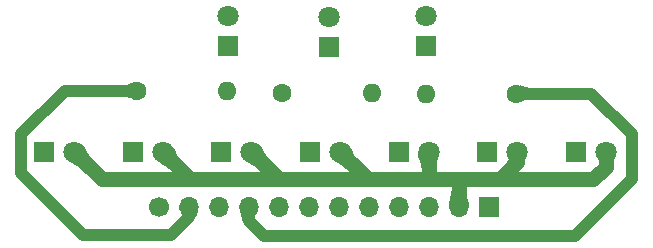
<source format=gbr>
%TF.GenerationSoftware,KiCad,Pcbnew,8.0.1*%
%TF.CreationDate,2024-06-24T19:19:19+02:00*%
%TF.ProjectId,BMW E30 NFL SI Indicator LED,424d5720-4533-4302-904e-464c20534920,rev?*%
%TF.SameCoordinates,Original*%
%TF.FileFunction,Copper,L1,Top*%
%TF.FilePolarity,Positive*%
%FSLAX46Y46*%
G04 Gerber Fmt 4.6, Leading zero omitted, Abs format (unit mm)*
G04 Created by KiCad (PCBNEW 8.0.1) date 2024-06-24 19:19:19*
%MOMM*%
%LPD*%
G01*
G04 APERTURE LIST*
%TA.AperFunction,ComponentPad*%
%ADD10R,1.800000X1.800000*%
%TD*%
%TA.AperFunction,ComponentPad*%
%ADD11C,1.800000*%
%TD*%
%TA.AperFunction,ComponentPad*%
%ADD12R,1.700000X1.700000*%
%TD*%
%TA.AperFunction,ComponentPad*%
%ADD13O,1.700000X1.700000*%
%TD*%
%TA.AperFunction,ComponentPad*%
%ADD14C,1.700000*%
%TD*%
%TA.AperFunction,ComponentPad*%
%ADD15C,1.600000*%
%TD*%
%TA.AperFunction,ComponentPad*%
%ADD16O,1.600000X1.600000*%
%TD*%
%TA.AperFunction,Conductor*%
%ADD17C,1.000000*%
%TD*%
%TA.AperFunction,Conductor*%
%ADD18C,1.300000*%
%TD*%
%TA.AperFunction,Conductor*%
%ADD19C,0.600000*%
%TD*%
%ADD20C,0.350000*%
G04 APERTURE END LIST*
D10*
%TO.P,D12,1,K*%
%TO.N,Net-(D12-K)*%
X158975000Y-76775000D03*
D11*
%TO.P,D12,2,A*%
%TO.N,Net-(D10-A)*%
X158975000Y-74235000D03*
%TD*%
D10*
%TO.P,D5,1,K*%
%TO.N,Net-(D5-K)*%
X141625000Y-85700000D03*
D11*
%TO.P,D5,2,A*%
%TO.N,Net-(D1-A)*%
X144165000Y-85700000D03*
%TD*%
D10*
%TO.P,D11,1,K*%
%TO.N,Net-(D11-K)*%
X150750000Y-76875000D03*
D11*
%TO.P,D11,2,A*%
%TO.N,Net-(D10-A)*%
X150750000Y-74335000D03*
%TD*%
D10*
%TO.P,D1,1,K*%
%TO.N,Net-(D1-K)*%
X171625000Y-85700000D03*
D11*
%TO.P,D1,2,A*%
%TO.N,Net-(D1-A)*%
X174165000Y-85700000D03*
%TD*%
D10*
%TO.P,D4,1,K*%
%TO.N,Net-(D4-K)*%
X149125000Y-85700000D03*
D11*
%TO.P,D4,2,A*%
%TO.N,Net-(D1-A)*%
X151665000Y-85700000D03*
%TD*%
D10*
%TO.P,D10,1,K*%
%TO.N,Net-(D10-K)*%
X142175000Y-76792000D03*
D11*
%TO.P,D10,2,A*%
%TO.N,Net-(D10-A)*%
X142175000Y-74252000D03*
%TD*%
D10*
%TO.P,D6,1,K*%
%TO.N,Net-(D6-K)*%
X134125000Y-85700000D03*
D11*
%TO.P,D6,2,A*%
%TO.N,Net-(D1-A)*%
X136665000Y-85700000D03*
%TD*%
D10*
%TO.P,D7,1,K*%
%TO.N,Net-(D7-K)*%
X126625000Y-85700000D03*
D11*
%TO.P,D7,2,A*%
%TO.N,Net-(D1-A)*%
X129165000Y-85700000D03*
%TD*%
D10*
%TO.P,D3,1,K*%
%TO.N,Net-(D3-K)*%
X156625000Y-85700000D03*
D11*
%TO.P,D3,2,A*%
%TO.N,Net-(D1-A)*%
X159165000Y-85700000D03*
%TD*%
D12*
%TO.P,J1,1,T15_BULBS*%
%TO.N,Net-(D10-A)*%
X164270000Y-90360000D03*
D13*
%TO.P,J1,2,T15_LEDS*%
%TO.N,Net-(D1-A)*%
X161730000Y-90360000D03*
%TO.P,J1,3,LED_R*%
%TO.N,Net-(D1-K)*%
X159190000Y-90360000D03*
%TO.P,J1,4,LED_Y*%
%TO.N,Net-(D2-K)*%
X156650000Y-90360000D03*
%TO.P,J1,5,LED_G5*%
%TO.N,Net-(D3-K)*%
X154110000Y-90360000D03*
%TO.P,J1,6,LED_G4*%
%TO.N,Net-(D4-K)*%
X151570000Y-90360000D03*
%TO.P,J1,7,LED_G3*%
%TO.N,Net-(D5-K)*%
X149030000Y-90360000D03*
%TO.P,J1,8,LED_G2*%
%TO.N,Net-(D6-K)*%
X146490000Y-90360000D03*
%TO.P,J1,9,BULB_INSP*%
%TO.N,Net-(J1-BULB_INSP)*%
X143950000Y-90360000D03*
%TO.P,J1,10,BULB_TIME*%
%TO.N,Net-(J1-BULB_TIME)*%
X141410000Y-90360000D03*
%TO.P,J1,11,BULB_OIL*%
%TO.N,Net-(J1-BULB_OIL)*%
X138870000Y-90360000D03*
D14*
%TO.P,J1,12,LED_G1*%
%TO.N,Net-(D7-K)*%
X136330000Y-90360000D03*
%TD*%
D10*
%TO.P,D2,1,K*%
%TO.N,Net-(D2-K)*%
X164125000Y-85700000D03*
D11*
%TO.P,D2,2,A*%
%TO.N,Net-(D1-A)*%
X166665000Y-85700000D03*
%TD*%
D15*
%TO.P,R3,1*%
%TO.N,Net-(J1-BULB_INSP)*%
X166600000Y-80790000D03*
D16*
%TO.P,R3,2*%
%TO.N,Net-(D12-K)*%
X158980000Y-80790000D03*
%TD*%
D15*
%TO.P,R2,1*%
%TO.N,Net-(J1-BULB_TIME)*%
X146790000Y-80750000D03*
D16*
%TO.P,R2,2*%
%TO.N,Net-(D11-K)*%
X154410000Y-80750000D03*
%TD*%
D15*
%TO.P,R1,1*%
%TO.N,Net-(J1-BULB_OIL)*%
X134490000Y-80550000D03*
D16*
%TO.P,R1,2*%
%TO.N,Net-(D10-K)*%
X142110000Y-80550000D03*
%TD*%
D17*
%TO.N,Net-(J1-BULB_OIL)*%
X128359000Y-80550000D02*
X134490000Y-80550000D01*
X124690000Y-87521000D02*
X124690000Y-84219000D01*
X124690000Y-84219000D02*
X128359000Y-80550000D01*
X137390000Y-92728000D02*
X129897000Y-92728000D01*
X129897000Y-92728000D02*
X124690000Y-87521000D01*
X138870000Y-91248000D02*
X137390000Y-92728000D01*
X138870000Y-90360000D02*
X138870000Y-91248000D01*
%TO.N,Net-(J1-BULB_INSP)*%
X145264000Y-92855000D02*
X143950000Y-91541000D01*
X171553000Y-92855000D02*
X145264000Y-92855000D01*
X176379000Y-88029000D02*
X171553000Y-92855000D01*
X176379000Y-84219000D02*
X176379000Y-88029000D01*
X172950000Y-80790000D02*
X176379000Y-84219000D01*
X166600000Y-80790000D02*
X172950000Y-80790000D01*
X143950000Y-91541000D02*
X143950000Y-90360000D01*
D18*
%TO.N,Net-(D1-A)*%
X131494000Y-88029000D02*
X138994000Y-88029000D01*
X138994000Y-88029000D02*
X146494000Y-88029000D01*
X129165000Y-85700000D02*
X131494000Y-88029000D01*
X174165000Y-85700000D02*
X174165000Y-86972792D01*
X166665000Y-85700000D02*
X166665000Y-86567000D01*
X159399000Y-88029000D02*
X159165000Y-87795000D01*
X146494000Y-88029000D02*
X153994000Y-88029000D01*
X159165000Y-87795000D02*
X159165000Y-85700000D01*
X166665000Y-86567000D02*
X165203000Y-88029000D01*
X136665000Y-85700000D02*
X138994000Y-88029000D01*
X161730000Y-90360000D02*
X161730000Y-88029000D01*
X151665000Y-85700000D02*
X153994000Y-88029000D01*
X173108792Y-88029000D02*
X165203000Y-88029000D01*
X165203000Y-88029000D02*
X159399000Y-88029000D01*
X174165000Y-86972792D02*
X173108792Y-88029000D01*
X153994000Y-88029000D02*
X159399000Y-88029000D01*
X144165000Y-85700000D02*
X146494000Y-88029000D01*
D19*
%TO.N,Net-(D10-K)*%
X142250000Y-80110000D02*
X142110000Y-80250000D01*
%TD*%
%TA.AperFunction,Conductor*%
%TO.N,Net-(J1-BULB_INSP)*%
G36*
X167880000Y-80290000D02*
G01*
X167630655Y-80283552D01*
X167454012Y-80261094D01*
X167304655Y-80217949D01*
X167137171Y-80149442D01*
X166906147Y-80050896D01*
X166599000Y-80790000D01*
X166906147Y-81529104D01*
X167137171Y-81430557D01*
X167304655Y-81362049D01*
X167454012Y-81318904D01*
X167630655Y-81296446D01*
X167880000Y-81290000D01*
X167880000Y-80290000D01*
G37*
%TD.AperFunction*%
%TD*%
%TA.AperFunction,Conductor*%
%TO.N,Net-(J1-BULB_INSP)*%
G36*
X144423054Y-91306948D02*
G01*
X144348300Y-91178696D01*
X144388373Y-91074418D01*
X144497047Y-90972099D01*
X144628097Y-90849724D01*
X144735298Y-90685281D01*
X143949293Y-90359293D01*
X143164702Y-90685281D01*
X143278904Y-91029828D01*
X143331171Y-91293607D01*
X143381462Y-91517990D01*
X143489735Y-91744349D01*
X143715948Y-92014054D01*
X144423054Y-91306948D01*
G37*
%TD.AperFunction*%
%TD*%
%TA.AperFunction,Conductor*%
%TO.N,Net-(D1-A)*%
G36*
X130614568Y-86230330D02*
G01*
X130385190Y-85964182D01*
X130255927Y-85747238D01*
X130160036Y-85546695D01*
X130030773Y-85329750D01*
X129801396Y-85063604D01*
X129164293Y-85699293D01*
X128528604Y-86336396D01*
X128794750Y-86565773D01*
X129011695Y-86695036D01*
X129212238Y-86790927D01*
X129429182Y-86920190D01*
X129695330Y-87149568D01*
X130614568Y-86230330D01*
G37*
%TD.AperFunction*%
%TD*%
%TA.AperFunction,Conductor*%
%TO.N,Net-(D1-A)*%
G36*
X174534669Y-87522361D02*
G01*
X174764476Y-87227100D01*
X174848400Y-86971625D01*
X174863603Y-86715986D01*
X174887246Y-86420232D01*
X174996492Y-86044415D01*
X174165707Y-85699293D01*
X173333508Y-86044415D01*
X173430049Y-86192288D01*
X173548195Y-86302242D01*
X173646262Y-86394131D01*
X173682568Y-86487806D01*
X173615431Y-86603123D01*
X174534669Y-87522361D01*
G37*
%TD.AperFunction*%
%TD*%
%TA.AperFunction,Conductor*%
%TO.N,Net-(D1-A)*%
G36*
X159815000Y-87100000D02*
G01*
X159841000Y-86749610D01*
X159903000Y-86504805D01*
X159977000Y-86295194D01*
X160039000Y-86050389D01*
X160065000Y-85700000D01*
X159165000Y-85699000D01*
X158265000Y-85700000D01*
X158291000Y-86050389D01*
X158353000Y-86295194D01*
X158427000Y-86504805D01*
X158489000Y-86749610D01*
X158515000Y-87100000D01*
X159815000Y-87100000D01*
G37*
%TD.AperFunction*%
%TD*%
%TA.AperFunction,Conductor*%
%TO.N,Net-(D1-A)*%
G36*
X166743541Y-87407697D02*
G01*
X167004678Y-87123541D01*
X167160625Y-86897146D01*
X167261298Y-86676501D01*
X167356614Y-86409594D01*
X167496492Y-86044415D01*
X166665707Y-85699293D01*
X165765000Y-85700000D01*
X165798004Y-85906974D01*
X165866384Y-86067815D01*
X165924193Y-86204014D01*
X165925482Y-86337064D01*
X165824303Y-86488459D01*
X166743541Y-87407697D01*
G37*
%TD.AperFunction*%
%TD*%
%TA.AperFunction,Conductor*%
%TO.N,Net-(D1-A)*%
G36*
X138114568Y-86230330D02*
G01*
X137885190Y-85964182D01*
X137755927Y-85747238D01*
X137660036Y-85546695D01*
X137530773Y-85329750D01*
X137301396Y-85063604D01*
X136664293Y-85699293D01*
X136028604Y-86336396D01*
X136294750Y-86565773D01*
X136511695Y-86695036D01*
X136712238Y-86790927D01*
X136929182Y-86920190D01*
X137195330Y-87149568D01*
X138114568Y-86230330D01*
G37*
%TD.AperFunction*%
%TD*%
%TA.AperFunction,Conductor*%
%TO.N,Net-(D1-A)*%
G36*
X161080000Y-89010000D02*
G01*
X161059200Y-89346921D01*
X161009600Y-89583460D01*
X160950400Y-89786539D01*
X160900800Y-90023078D01*
X160880000Y-90360000D01*
X161730000Y-90361000D01*
X162580000Y-90360000D01*
X162559200Y-90023078D01*
X162509600Y-89786539D01*
X162450400Y-89583460D01*
X162400800Y-89346921D01*
X162380000Y-89010000D01*
X161080000Y-89010000D01*
G37*
%TD.AperFunction*%
%TD*%
%TA.AperFunction,Conductor*%
%TO.N,Net-(D1-A)*%
G36*
X153114568Y-86230330D02*
G01*
X152885190Y-85964182D01*
X152755927Y-85747238D01*
X152660036Y-85546695D01*
X152530773Y-85329750D01*
X152301396Y-85063604D01*
X151664293Y-85699293D01*
X151028604Y-86336396D01*
X151294750Y-86565773D01*
X151511695Y-86695036D01*
X151712238Y-86790927D01*
X151929182Y-86920190D01*
X152195330Y-87149568D01*
X153114568Y-86230330D01*
G37*
%TD.AperFunction*%
%TD*%
%TA.AperFunction,Conductor*%
%TO.N,Net-(D1-A)*%
G36*
X145614568Y-86230330D02*
G01*
X145385190Y-85964182D01*
X145255927Y-85747238D01*
X145160036Y-85546695D01*
X145030773Y-85329750D01*
X144801396Y-85063604D01*
X144164293Y-85699293D01*
X143528604Y-86336396D01*
X143794750Y-86565773D01*
X144011695Y-86695036D01*
X144212238Y-86790927D01*
X144429182Y-86920190D01*
X144695330Y-87149568D01*
X145614568Y-86230330D01*
G37*
%TD.AperFunction*%
%TD*%
%TA.AperFunction,Conductor*%
%TO.N,Net-(J1-BULB_OIL)*%
G36*
X133210000Y-81050000D02*
G01*
X133459344Y-81056446D01*
X133635987Y-81078904D01*
X133785344Y-81122049D01*
X133952827Y-81190557D01*
X134183853Y-81289104D01*
X134491000Y-80550000D01*
X134183853Y-79810896D01*
X133952827Y-79909442D01*
X133785344Y-79977949D01*
X133635987Y-80021094D01*
X133459344Y-80043552D01*
X133210000Y-80050000D01*
X133210000Y-81050000D01*
G37*
%TD.AperFunction*%
%TD*%
%TA.AperFunction,Conductor*%
%TO.N,Net-(J1-BULB_OIL)*%
G36*
X138896870Y-91928236D02*
G01*
X139146682Y-91665856D01*
X139305990Y-91462036D01*
X139416234Y-91265109D01*
X139518856Y-91023412D01*
X139655298Y-90685281D01*
X138870707Y-90359293D01*
X138020000Y-90360000D01*
X138067445Y-90588286D01*
X138169127Y-90763330D01*
X138264063Y-90910345D01*
X138291269Y-91054540D01*
X138189764Y-91221130D01*
X138896870Y-91928236D01*
G37*
%TD.AperFunction*%
%TD*%
D20*
X158975000Y-76775000D03*
X158975000Y-74235000D03*
X141625000Y-85700000D03*
X144165000Y-85700000D03*
X150750000Y-76875000D03*
X150750000Y-74335000D03*
X171625000Y-85700000D03*
X174165000Y-85700000D03*
X149125000Y-85700000D03*
X151665000Y-85700000D03*
X142175000Y-76792000D03*
X142175000Y-74252000D03*
X134125000Y-85700000D03*
X136665000Y-85700000D03*
X126625000Y-85700000D03*
X129165000Y-85700000D03*
X156625000Y-85700000D03*
X159165000Y-85700000D03*
X164270000Y-90360000D03*
X161730000Y-90360000D03*
X159190000Y-90360000D03*
X156650000Y-90360000D03*
X154110000Y-90360000D03*
X151570000Y-90360000D03*
X149030000Y-90360000D03*
X146490000Y-90360000D03*
X143950000Y-90360000D03*
X141410000Y-90360000D03*
X138870000Y-90360000D03*
X136330000Y-90360000D03*
X164125000Y-85700000D03*
X166665000Y-85700000D03*
X166600000Y-80790000D03*
X158980000Y-80790000D03*
X146790000Y-80750000D03*
X154410000Y-80750000D03*
X134490000Y-80550000D03*
X142110000Y-80550000D03*
M02*

</source>
